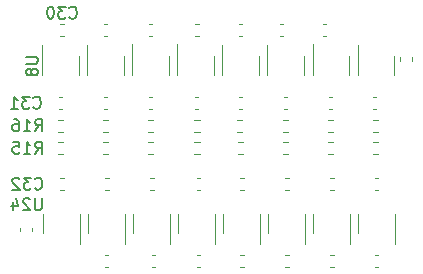
<source format=gbr>
%TF.GenerationSoftware,KiCad,Pcbnew,7.0.10-7.0.10~ubuntu22.04.1*%
%TF.CreationDate,2024-01-03T10:10:25-05:00*%
%TF.ProjectId,readout-splitter,72656164-6f75-4742-9d73-706c69747465,rev?*%
%TF.SameCoordinates,Original*%
%TF.FileFunction,Legend,Bot*%
%TF.FilePolarity,Positive*%
%FSLAX46Y46*%
G04 Gerber Fmt 4.6, Leading zero omitted, Abs format (unit mm)*
G04 Created by KiCad (PCBNEW 7.0.10-7.0.10~ubuntu22.04.1) date 2024-01-03 10:10:25*
%MOMM*%
%LPD*%
G01*
G04 APERTURE LIST*
%ADD10C,0.150000*%
%ADD11C,0.120000*%
G04 APERTURE END LIST*
D10*
X20364857Y-43323580D02*
X20412476Y-43371200D01*
X20412476Y-43371200D02*
X20555333Y-43418819D01*
X20555333Y-43418819D02*
X20650571Y-43418819D01*
X20650571Y-43418819D02*
X20793428Y-43371200D01*
X20793428Y-43371200D02*
X20888666Y-43275961D01*
X20888666Y-43275961D02*
X20936285Y-43180723D01*
X20936285Y-43180723D02*
X20983904Y-42990247D01*
X20983904Y-42990247D02*
X20983904Y-42847390D01*
X20983904Y-42847390D02*
X20936285Y-42656914D01*
X20936285Y-42656914D02*
X20888666Y-42561676D01*
X20888666Y-42561676D02*
X20793428Y-42466438D01*
X20793428Y-42466438D02*
X20650571Y-42418819D01*
X20650571Y-42418819D02*
X20555333Y-42418819D01*
X20555333Y-42418819D02*
X20412476Y-42466438D01*
X20412476Y-42466438D02*
X20364857Y-42514057D01*
X20031523Y-42418819D02*
X19412476Y-42418819D01*
X19412476Y-42418819D02*
X19745809Y-42799771D01*
X19745809Y-42799771D02*
X19602952Y-42799771D01*
X19602952Y-42799771D02*
X19507714Y-42847390D01*
X19507714Y-42847390D02*
X19460095Y-42895009D01*
X19460095Y-42895009D02*
X19412476Y-42990247D01*
X19412476Y-42990247D02*
X19412476Y-43228342D01*
X19412476Y-43228342D02*
X19460095Y-43323580D01*
X19460095Y-43323580D02*
X19507714Y-43371200D01*
X19507714Y-43371200D02*
X19602952Y-43418819D01*
X19602952Y-43418819D02*
X19888666Y-43418819D01*
X19888666Y-43418819D02*
X19983904Y-43371200D01*
X19983904Y-43371200D02*
X20031523Y-43323580D01*
X19031523Y-42514057D02*
X18983904Y-42466438D01*
X18983904Y-42466438D02*
X18888666Y-42418819D01*
X18888666Y-42418819D02*
X18650571Y-42418819D01*
X18650571Y-42418819D02*
X18555333Y-42466438D01*
X18555333Y-42466438D02*
X18507714Y-42514057D01*
X18507714Y-42514057D02*
X18460095Y-42609295D01*
X18460095Y-42609295D02*
X18460095Y-42704533D01*
X18460095Y-42704533D02*
X18507714Y-42847390D01*
X18507714Y-42847390D02*
X19079142Y-43418819D01*
X19079142Y-43418819D02*
X18460095Y-43418819D01*
X20364857Y-38465819D02*
X20698190Y-37989628D01*
X20936285Y-38465819D02*
X20936285Y-37465819D01*
X20936285Y-37465819D02*
X20555333Y-37465819D01*
X20555333Y-37465819D02*
X20460095Y-37513438D01*
X20460095Y-37513438D02*
X20412476Y-37561057D01*
X20412476Y-37561057D02*
X20364857Y-37656295D01*
X20364857Y-37656295D02*
X20364857Y-37799152D01*
X20364857Y-37799152D02*
X20412476Y-37894390D01*
X20412476Y-37894390D02*
X20460095Y-37942009D01*
X20460095Y-37942009D02*
X20555333Y-37989628D01*
X20555333Y-37989628D02*
X20936285Y-37989628D01*
X19412476Y-38465819D02*
X19983904Y-38465819D01*
X19698190Y-38465819D02*
X19698190Y-37465819D01*
X19698190Y-37465819D02*
X19793428Y-37608676D01*
X19793428Y-37608676D02*
X19888666Y-37703914D01*
X19888666Y-37703914D02*
X19983904Y-37751533D01*
X18555333Y-37465819D02*
X18745809Y-37465819D01*
X18745809Y-37465819D02*
X18841047Y-37513438D01*
X18841047Y-37513438D02*
X18888666Y-37561057D01*
X18888666Y-37561057D02*
X18983904Y-37703914D01*
X18983904Y-37703914D02*
X19031523Y-37894390D01*
X19031523Y-37894390D02*
X19031523Y-38275342D01*
X19031523Y-38275342D02*
X18983904Y-38370580D01*
X18983904Y-38370580D02*
X18936285Y-38418200D01*
X18936285Y-38418200D02*
X18841047Y-38465819D01*
X18841047Y-38465819D02*
X18650571Y-38465819D01*
X18650571Y-38465819D02*
X18555333Y-38418200D01*
X18555333Y-38418200D02*
X18507714Y-38370580D01*
X18507714Y-38370580D02*
X18460095Y-38275342D01*
X18460095Y-38275342D02*
X18460095Y-38037247D01*
X18460095Y-38037247D02*
X18507714Y-37942009D01*
X18507714Y-37942009D02*
X18555333Y-37894390D01*
X18555333Y-37894390D02*
X18650571Y-37846771D01*
X18650571Y-37846771D02*
X18841047Y-37846771D01*
X18841047Y-37846771D02*
X18936285Y-37894390D01*
X18936285Y-37894390D02*
X18983904Y-37942009D01*
X18983904Y-37942009D02*
X19031523Y-38037247D01*
X20237857Y-36465580D02*
X20285476Y-36513200D01*
X20285476Y-36513200D02*
X20428333Y-36560819D01*
X20428333Y-36560819D02*
X20523571Y-36560819D01*
X20523571Y-36560819D02*
X20666428Y-36513200D01*
X20666428Y-36513200D02*
X20761666Y-36417961D01*
X20761666Y-36417961D02*
X20809285Y-36322723D01*
X20809285Y-36322723D02*
X20856904Y-36132247D01*
X20856904Y-36132247D02*
X20856904Y-35989390D01*
X20856904Y-35989390D02*
X20809285Y-35798914D01*
X20809285Y-35798914D02*
X20761666Y-35703676D01*
X20761666Y-35703676D02*
X20666428Y-35608438D01*
X20666428Y-35608438D02*
X20523571Y-35560819D01*
X20523571Y-35560819D02*
X20428333Y-35560819D01*
X20428333Y-35560819D02*
X20285476Y-35608438D01*
X20285476Y-35608438D02*
X20237857Y-35656057D01*
X19904523Y-35560819D02*
X19285476Y-35560819D01*
X19285476Y-35560819D02*
X19618809Y-35941771D01*
X19618809Y-35941771D02*
X19475952Y-35941771D01*
X19475952Y-35941771D02*
X19380714Y-35989390D01*
X19380714Y-35989390D02*
X19333095Y-36037009D01*
X19333095Y-36037009D02*
X19285476Y-36132247D01*
X19285476Y-36132247D02*
X19285476Y-36370342D01*
X19285476Y-36370342D02*
X19333095Y-36465580D01*
X19333095Y-36465580D02*
X19380714Y-36513200D01*
X19380714Y-36513200D02*
X19475952Y-36560819D01*
X19475952Y-36560819D02*
X19761666Y-36560819D01*
X19761666Y-36560819D02*
X19856904Y-36513200D01*
X19856904Y-36513200D02*
X19904523Y-36465580D01*
X18333095Y-36560819D02*
X18904523Y-36560819D01*
X18618809Y-36560819D02*
X18618809Y-35560819D01*
X18618809Y-35560819D02*
X18714047Y-35703676D01*
X18714047Y-35703676D02*
X18809285Y-35798914D01*
X18809285Y-35798914D02*
X18904523Y-35846533D01*
X20364857Y-40370819D02*
X20698190Y-39894628D01*
X20936285Y-40370819D02*
X20936285Y-39370819D01*
X20936285Y-39370819D02*
X20555333Y-39370819D01*
X20555333Y-39370819D02*
X20460095Y-39418438D01*
X20460095Y-39418438D02*
X20412476Y-39466057D01*
X20412476Y-39466057D02*
X20364857Y-39561295D01*
X20364857Y-39561295D02*
X20364857Y-39704152D01*
X20364857Y-39704152D02*
X20412476Y-39799390D01*
X20412476Y-39799390D02*
X20460095Y-39847009D01*
X20460095Y-39847009D02*
X20555333Y-39894628D01*
X20555333Y-39894628D02*
X20936285Y-39894628D01*
X19412476Y-40370819D02*
X19983904Y-40370819D01*
X19698190Y-40370819D02*
X19698190Y-39370819D01*
X19698190Y-39370819D02*
X19793428Y-39513676D01*
X19793428Y-39513676D02*
X19888666Y-39608914D01*
X19888666Y-39608914D02*
X19983904Y-39656533D01*
X18507714Y-39370819D02*
X18983904Y-39370819D01*
X18983904Y-39370819D02*
X19031523Y-39847009D01*
X19031523Y-39847009D02*
X18983904Y-39799390D01*
X18983904Y-39799390D02*
X18888666Y-39751771D01*
X18888666Y-39751771D02*
X18650571Y-39751771D01*
X18650571Y-39751771D02*
X18555333Y-39799390D01*
X18555333Y-39799390D02*
X18507714Y-39847009D01*
X18507714Y-39847009D02*
X18460095Y-39942247D01*
X18460095Y-39942247D02*
X18460095Y-40180342D01*
X18460095Y-40180342D02*
X18507714Y-40275580D01*
X18507714Y-40275580D02*
X18555333Y-40323200D01*
X18555333Y-40323200D02*
X18650571Y-40370819D01*
X18650571Y-40370819D02*
X18888666Y-40370819D01*
X18888666Y-40370819D02*
X18983904Y-40323200D01*
X18983904Y-40323200D02*
X19031523Y-40275580D01*
X23285857Y-28845580D02*
X23333476Y-28893200D01*
X23333476Y-28893200D02*
X23476333Y-28940819D01*
X23476333Y-28940819D02*
X23571571Y-28940819D01*
X23571571Y-28940819D02*
X23714428Y-28893200D01*
X23714428Y-28893200D02*
X23809666Y-28797961D01*
X23809666Y-28797961D02*
X23857285Y-28702723D01*
X23857285Y-28702723D02*
X23904904Y-28512247D01*
X23904904Y-28512247D02*
X23904904Y-28369390D01*
X23904904Y-28369390D02*
X23857285Y-28178914D01*
X23857285Y-28178914D02*
X23809666Y-28083676D01*
X23809666Y-28083676D02*
X23714428Y-27988438D01*
X23714428Y-27988438D02*
X23571571Y-27940819D01*
X23571571Y-27940819D02*
X23476333Y-27940819D01*
X23476333Y-27940819D02*
X23333476Y-27988438D01*
X23333476Y-27988438D02*
X23285857Y-28036057D01*
X22952523Y-27940819D02*
X22333476Y-27940819D01*
X22333476Y-27940819D02*
X22666809Y-28321771D01*
X22666809Y-28321771D02*
X22523952Y-28321771D01*
X22523952Y-28321771D02*
X22428714Y-28369390D01*
X22428714Y-28369390D02*
X22381095Y-28417009D01*
X22381095Y-28417009D02*
X22333476Y-28512247D01*
X22333476Y-28512247D02*
X22333476Y-28750342D01*
X22333476Y-28750342D02*
X22381095Y-28845580D01*
X22381095Y-28845580D02*
X22428714Y-28893200D01*
X22428714Y-28893200D02*
X22523952Y-28940819D01*
X22523952Y-28940819D02*
X22809666Y-28940819D01*
X22809666Y-28940819D02*
X22904904Y-28893200D01*
X22904904Y-28893200D02*
X22952523Y-28845580D01*
X21714428Y-27940819D02*
X21619190Y-27940819D01*
X21619190Y-27940819D02*
X21523952Y-27988438D01*
X21523952Y-27988438D02*
X21476333Y-28036057D01*
X21476333Y-28036057D02*
X21428714Y-28131295D01*
X21428714Y-28131295D02*
X21381095Y-28321771D01*
X21381095Y-28321771D02*
X21381095Y-28559866D01*
X21381095Y-28559866D02*
X21428714Y-28750342D01*
X21428714Y-28750342D02*
X21476333Y-28845580D01*
X21476333Y-28845580D02*
X21523952Y-28893200D01*
X21523952Y-28893200D02*
X21619190Y-28940819D01*
X21619190Y-28940819D02*
X21714428Y-28940819D01*
X21714428Y-28940819D02*
X21809666Y-28893200D01*
X21809666Y-28893200D02*
X21857285Y-28845580D01*
X21857285Y-28845580D02*
X21904904Y-28750342D01*
X21904904Y-28750342D02*
X21952523Y-28559866D01*
X21952523Y-28559866D02*
X21952523Y-28321771D01*
X21952523Y-28321771D02*
X21904904Y-28131295D01*
X21904904Y-28131295D02*
X21857285Y-28036057D01*
X21857285Y-28036057D02*
X21809666Y-27988438D01*
X21809666Y-27988438D02*
X21714428Y-27940819D01*
X20923094Y-44158819D02*
X20923094Y-44968342D01*
X20923094Y-44968342D02*
X20875475Y-45063580D01*
X20875475Y-45063580D02*
X20827856Y-45111200D01*
X20827856Y-45111200D02*
X20732618Y-45158819D01*
X20732618Y-45158819D02*
X20542142Y-45158819D01*
X20542142Y-45158819D02*
X20446904Y-45111200D01*
X20446904Y-45111200D02*
X20399285Y-45063580D01*
X20399285Y-45063580D02*
X20351666Y-44968342D01*
X20351666Y-44968342D02*
X20351666Y-44158819D01*
X19923094Y-44254057D02*
X19875475Y-44206438D01*
X19875475Y-44206438D02*
X19780237Y-44158819D01*
X19780237Y-44158819D02*
X19542142Y-44158819D01*
X19542142Y-44158819D02*
X19446904Y-44206438D01*
X19446904Y-44206438D02*
X19399285Y-44254057D01*
X19399285Y-44254057D02*
X19351666Y-44349295D01*
X19351666Y-44349295D02*
X19351666Y-44444533D01*
X19351666Y-44444533D02*
X19399285Y-44587390D01*
X19399285Y-44587390D02*
X19970713Y-45158819D01*
X19970713Y-45158819D02*
X19351666Y-45158819D01*
X18494523Y-44492152D02*
X18494523Y-45158819D01*
X18732618Y-44111200D02*
X18970713Y-44825485D01*
X18970713Y-44825485D02*
X18351666Y-44825485D01*
X19606820Y-32172496D02*
X20416343Y-32172496D01*
X20416343Y-32172496D02*
X20511581Y-32220115D01*
X20511581Y-32220115D02*
X20559201Y-32267734D01*
X20559201Y-32267734D02*
X20606820Y-32362972D01*
X20606820Y-32362972D02*
X20606820Y-32553448D01*
X20606820Y-32553448D02*
X20559201Y-32648686D01*
X20559201Y-32648686D02*
X20511581Y-32696305D01*
X20511581Y-32696305D02*
X20416343Y-32743924D01*
X20416343Y-32743924D02*
X19606820Y-32743924D01*
X20035391Y-33362972D02*
X19987772Y-33267734D01*
X19987772Y-33267734D02*
X19940153Y-33220115D01*
X19940153Y-33220115D02*
X19844915Y-33172496D01*
X19844915Y-33172496D02*
X19797296Y-33172496D01*
X19797296Y-33172496D02*
X19702058Y-33220115D01*
X19702058Y-33220115D02*
X19654439Y-33267734D01*
X19654439Y-33267734D02*
X19606820Y-33362972D01*
X19606820Y-33362972D02*
X19606820Y-33553448D01*
X19606820Y-33553448D02*
X19654439Y-33648686D01*
X19654439Y-33648686D02*
X19702058Y-33696305D01*
X19702058Y-33696305D02*
X19797296Y-33743924D01*
X19797296Y-33743924D02*
X19844915Y-33743924D01*
X19844915Y-33743924D02*
X19940153Y-33696305D01*
X19940153Y-33696305D02*
X19987772Y-33648686D01*
X19987772Y-33648686D02*
X20035391Y-33553448D01*
X20035391Y-33553448D02*
X20035391Y-33362972D01*
X20035391Y-33362972D02*
X20083010Y-33267734D01*
X20083010Y-33267734D02*
X20130629Y-33220115D01*
X20130629Y-33220115D02*
X20225867Y-33172496D01*
X20225867Y-33172496D02*
X20416343Y-33172496D01*
X20416343Y-33172496D02*
X20511581Y-33220115D01*
X20511581Y-33220115D02*
X20559201Y-33267734D01*
X20559201Y-33267734D02*
X20606820Y-33362972D01*
X20606820Y-33362972D02*
X20606820Y-33553448D01*
X20606820Y-33553448D02*
X20559201Y-33648686D01*
X20559201Y-33648686D02*
X20511581Y-33696305D01*
X20511581Y-33696305D02*
X20416343Y-33743924D01*
X20416343Y-33743924D02*
X20225867Y-33743924D01*
X20225867Y-33743924D02*
X20130629Y-33696305D01*
X20130629Y-33696305D02*
X20083010Y-33648686D01*
X20083010Y-33648686D02*
X20035391Y-33553448D01*
D11*
%TO.C,U17*%
X47753000Y-46266000D02*
X47753000Y-47066000D01*
X47753000Y-46266000D02*
X47753000Y-45466000D01*
X50873000Y-46266000D02*
X50873000Y-48066000D01*
X50873000Y-46266000D02*
X50873000Y-45466000D01*
%TO.C,R13*%
X26088742Y-39393500D02*
X26563258Y-39393500D01*
X26088742Y-40438500D02*
X26563258Y-40438500D01*
%TO.C,R4*%
X45613258Y-38533500D02*
X45138742Y-38533500D01*
X45613258Y-37488500D02*
X45138742Y-37488500D01*
%TO.C,C21*%
X30543580Y-49951000D02*
X30262420Y-49951000D01*
X30543580Y-48931000D02*
X30262420Y-48931000D01*
%TO.C,R12*%
X30373258Y-38533500D02*
X29898742Y-38533500D01*
X30373258Y-37488500D02*
X29898742Y-37488500D01*
%TO.C,R6*%
X41803258Y-38533500D02*
X41328742Y-38533500D01*
X41803258Y-37488500D02*
X41328742Y-37488500D01*
%TO.C,C32*%
X22796580Y-43474000D02*
X22515420Y-43474000D01*
X22796580Y-42454000D02*
X22515420Y-42454000D01*
%TO.C,C27*%
X26466580Y-36616000D02*
X26185420Y-36616000D01*
X26466580Y-35596000D02*
X26185420Y-35596000D01*
%TO.C,U22*%
X28703000Y-46266000D02*
X28703000Y-47066000D01*
X28703000Y-46266000D02*
X28703000Y-45466000D01*
X31823000Y-46266000D02*
X31823000Y-48066000D01*
X31823000Y-46266000D02*
X31823000Y-45466000D01*
%TO.C,C7*%
X45516580Y-36616000D02*
X45235420Y-36616000D01*
X45516580Y-35596000D02*
X45235420Y-35596000D01*
%TO.C,U1*%
X50793599Y-32943999D02*
X50793599Y-32143999D01*
X50793599Y-32943999D02*
X50793599Y-33743999D01*
X47673599Y-32943999D02*
X47673599Y-31143999D01*
X47673599Y-32943999D02*
X47673599Y-33743999D01*
%TO.C,U2*%
X46987000Y-32931000D02*
X46987000Y-32131000D01*
X46987000Y-32931000D02*
X46987000Y-33731000D01*
X43867000Y-32931000D02*
X43867000Y-31131000D01*
X43867000Y-32931000D02*
X43867000Y-33731000D01*
%TO.C,C6*%
X44741220Y-29373000D02*
X45022380Y-29373000D01*
X44741220Y-30393000D02*
X45022380Y-30393000D01*
%TO.C,C22*%
X29995420Y-29373000D02*
X30276580Y-29373000D01*
X29995420Y-30393000D02*
X30276580Y-30393000D01*
%TO.C,C13*%
X38023580Y-49951000D02*
X37742420Y-49951000D01*
X38023580Y-48931000D02*
X37742420Y-48931000D01*
%TO.C,C24*%
X30403580Y-43474000D02*
X30122420Y-43474000D01*
X30403580Y-42454000D02*
X30122420Y-42454000D01*
%TO.C,C20*%
X34327580Y-43474000D02*
X34046420Y-43474000D01*
X34327580Y-42454000D02*
X34046420Y-42454000D01*
%TO.C,R16*%
X22753258Y-38533500D02*
X22278742Y-38533500D01*
X22753258Y-37488500D02*
X22278742Y-37488500D01*
%TO.C,U7*%
X27922001Y-32934401D02*
X27922001Y-32134401D01*
X27922001Y-32934401D02*
X27922001Y-33734401D01*
X24802001Y-32934401D02*
X24802001Y-31134401D01*
X24802001Y-32934401D02*
X24802001Y-33734401D01*
%TO.C,R9*%
X33835742Y-39393500D02*
X34310258Y-39393500D01*
X33835742Y-40438500D02*
X34310258Y-40438500D01*
%TO.C,C14*%
X37615420Y-29373000D02*
X37896580Y-29373000D01*
X37615420Y-30393000D02*
X37896580Y-30393000D01*
%TO.C,U18*%
X43943000Y-46266000D02*
X43943000Y-47066000D01*
X43943000Y-46266000D02*
X43943000Y-45466000D01*
X47063000Y-46266000D02*
X47063000Y-48066000D01*
X47063000Y-46266000D02*
X47063000Y-45466000D01*
%TO.C,U21*%
X32513000Y-46266000D02*
X32513000Y-47066000D01*
X32513000Y-46266000D02*
X32513000Y-45466000D01*
X35633000Y-46266000D02*
X35633000Y-48066000D01*
X35633000Y-46266000D02*
X35633000Y-45466000D01*
%TO.C,U3*%
X43162001Y-32934401D02*
X43162001Y-32134401D01*
X43162001Y-32934401D02*
X43162001Y-33734401D01*
X40042001Y-32934401D02*
X40042001Y-31134401D01*
X40042001Y-32934401D02*
X40042001Y-33734401D01*
%TO.C,C29*%
X20118800Y-46646220D02*
X20118800Y-46927380D01*
X19098800Y-46646220D02*
X19098800Y-46927380D01*
%TO.C,U4*%
X39352001Y-32934401D02*
X39352001Y-32134401D01*
X39352001Y-32934401D02*
X39352001Y-33734401D01*
X36232001Y-32934401D02*
X36232001Y-31134401D01*
X36232001Y-32934401D02*
X36232001Y-33734401D01*
%TO.C,R1*%
X48948742Y-39393500D02*
X49423258Y-39393500D01*
X48948742Y-40438500D02*
X49423258Y-40438500D01*
%TO.C,U6*%
X31732001Y-32931000D02*
X31732001Y-32131000D01*
X31732001Y-32931000D02*
X31732001Y-33731000D01*
X28612001Y-32931000D02*
X28612001Y-31131000D01*
X28612001Y-32931000D02*
X28612001Y-33731000D01*
%TO.C,R14*%
X26563258Y-38533500D02*
X26088742Y-38533500D01*
X26563258Y-37488500D02*
X26088742Y-37488500D01*
%TO.C,U23*%
X24893000Y-46266000D02*
X24893000Y-47066000D01*
X24893000Y-46266000D02*
X24893000Y-45466000D01*
X28013000Y-46266000D02*
X28013000Y-48066000D01*
X28013000Y-46266000D02*
X28013000Y-45466000D01*
%TO.C,C31*%
X22643580Y-36616000D02*
X22362420Y-36616000D01*
X22643580Y-35596000D02*
X22362420Y-35596000D01*
%TO.C,C9*%
X41833580Y-49951000D02*
X41552420Y-49951000D01*
X41833580Y-48931000D02*
X41552420Y-48931000D01*
%TO.C,U20*%
X36323000Y-46266000D02*
X36323000Y-47066000D01*
X36323000Y-46266000D02*
X36323000Y-45466000D01*
X39443000Y-46266000D02*
X39443000Y-48066000D01*
X39443000Y-46266000D02*
X39443000Y-45466000D01*
%TO.C,R15*%
X22278742Y-39393500D02*
X22753258Y-39393500D01*
X22278742Y-40438500D02*
X22753258Y-40438500D01*
%TO.C,R11*%
X29898742Y-39393500D02*
X30373258Y-39393500D01*
X29898742Y-40438500D02*
X30373258Y-40438500D01*
%TO.C,C28*%
X26593580Y-43474000D02*
X26312420Y-43474000D01*
X26593580Y-42454000D02*
X26312420Y-42454000D01*
%TO.C,C17*%
X34340580Y-49951000D02*
X34059420Y-49951000D01*
X34340580Y-48931000D02*
X34059420Y-48931000D01*
%TO.C,R2*%
X49423258Y-38533500D02*
X48948742Y-38533500D01*
X49423258Y-37488500D02*
X48948742Y-37488500D01*
%TO.C,C5*%
X45643580Y-49951000D02*
X45362420Y-49951000D01*
X45643580Y-48931000D02*
X45362420Y-48931000D01*
%TO.C,U19*%
X40133000Y-46266000D02*
X40133000Y-47066000D01*
X40133000Y-46266000D02*
X40133000Y-45466000D01*
X43253000Y-46266000D02*
X43253000Y-48066000D01*
X43253000Y-46266000D02*
X43253000Y-45466000D01*
%TO.C,C25*%
X26580580Y-49951000D02*
X26299420Y-49951000D01*
X26580580Y-48931000D02*
X26299420Y-48931000D01*
%TO.C,C30*%
X22502420Y-29373000D02*
X22783580Y-29373000D01*
X22502420Y-30393000D02*
X22783580Y-30393000D01*
%TO.C,C15*%
X37883580Y-36616000D02*
X37602420Y-36616000D01*
X37883580Y-35596000D02*
X37602420Y-35596000D01*
%TO.C,C18*%
X33945420Y-29373000D02*
X34226580Y-29373000D01*
X33945420Y-30393000D02*
X34226580Y-30393000D01*
%TO.C,R7*%
X37518742Y-39393500D02*
X37993258Y-39393500D01*
X37518742Y-40438500D02*
X37993258Y-40438500D01*
%TO.C,C10*%
X41109020Y-29373000D02*
X41390180Y-29373000D01*
X41109020Y-30393000D02*
X41390180Y-30393000D01*
%TO.C,C8*%
X45643580Y-43474000D02*
X45362420Y-43474000D01*
X45643580Y-42454000D02*
X45362420Y-42454000D01*
%TO.C,U5*%
X35542001Y-32927599D02*
X35542001Y-32127599D01*
X35542001Y-32927599D02*
X35542001Y-33727599D01*
X32422001Y-32927599D02*
X32422001Y-31127599D01*
X32422001Y-32927599D02*
X32422001Y-33727599D01*
%TO.C,C16*%
X38023580Y-43474000D02*
X37742420Y-43474000D01*
X38023580Y-42454000D02*
X37742420Y-42454000D01*
%TO.C,C26*%
X26185420Y-29373000D02*
X26466580Y-29373000D01*
X26185420Y-30393000D02*
X26466580Y-30393000D01*
%TO.C,U24*%
X21083000Y-46266000D02*
X21083000Y-47066000D01*
X21083000Y-46266000D02*
X21083000Y-45466000D01*
X24203000Y-46266000D02*
X24203000Y-48066000D01*
X24203000Y-46266000D02*
X24203000Y-45466000D01*
%TO.C,C1*%
X52300600Y-32219020D02*
X52300600Y-32500180D01*
X51280600Y-32219020D02*
X51280600Y-32500180D01*
%TO.C,C23*%
X30263580Y-36616000D02*
X29982420Y-36616000D01*
X30263580Y-35596000D02*
X29982420Y-35596000D01*
%TO.C,C11*%
X41693580Y-36616000D02*
X41412420Y-36616000D01*
X41693580Y-35596000D02*
X41412420Y-35596000D01*
%TO.C,R10*%
X34310258Y-38533500D02*
X33835742Y-38533500D01*
X34310258Y-37488500D02*
X33835742Y-37488500D01*
%TO.C,U8*%
X24112001Y-32934401D02*
X24112001Y-32134401D01*
X24112001Y-32934401D02*
X24112001Y-33734401D01*
X20992001Y-32934401D02*
X20992001Y-31134401D01*
X20992001Y-32934401D02*
X20992001Y-33734401D01*
%TO.C,R5*%
X41328742Y-39393500D02*
X41803258Y-39393500D01*
X41328742Y-40438500D02*
X41803258Y-40438500D01*
%TO.C,C4*%
X49419080Y-43474000D02*
X49137920Y-43474000D01*
X49419080Y-42454000D02*
X49137920Y-42454000D01*
%TO.C,R3*%
X45138742Y-39393500D02*
X45613258Y-39393500D01*
X45138742Y-40438500D02*
X45613258Y-40438500D01*
%TO.C,C19*%
X34200580Y-36616000D02*
X33919420Y-36616000D01*
X34200580Y-35596000D02*
X33919420Y-35596000D01*
%TO.C,R8*%
X37930258Y-38533500D02*
X37455742Y-38533500D01*
X37930258Y-37488500D02*
X37455742Y-37488500D01*
%TO.C,C3*%
X49440580Y-49951000D02*
X49159420Y-49951000D01*
X49440580Y-48931000D02*
X49159420Y-48931000D01*
%TO.C,C2*%
X49263580Y-36616000D02*
X48982420Y-36616000D01*
X49263580Y-35596000D02*
X48982420Y-35596000D01*
%TO.C,C12*%
X41833580Y-43474000D02*
X41552420Y-43474000D01*
X41833580Y-42454000D02*
X41552420Y-42454000D01*
%TD*%
M02*

</source>
